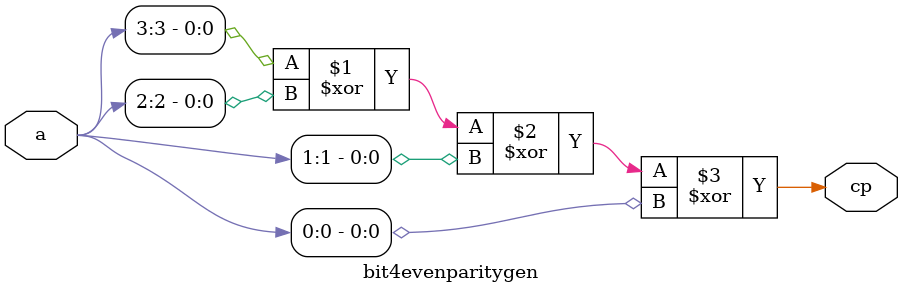
<source format=v>
module bit4evenparitygen(
  input [3:0]a,
  output cp);
  assign cp=(a[3]^a[2]^a[1]^a[0]);
endmodule

</source>
